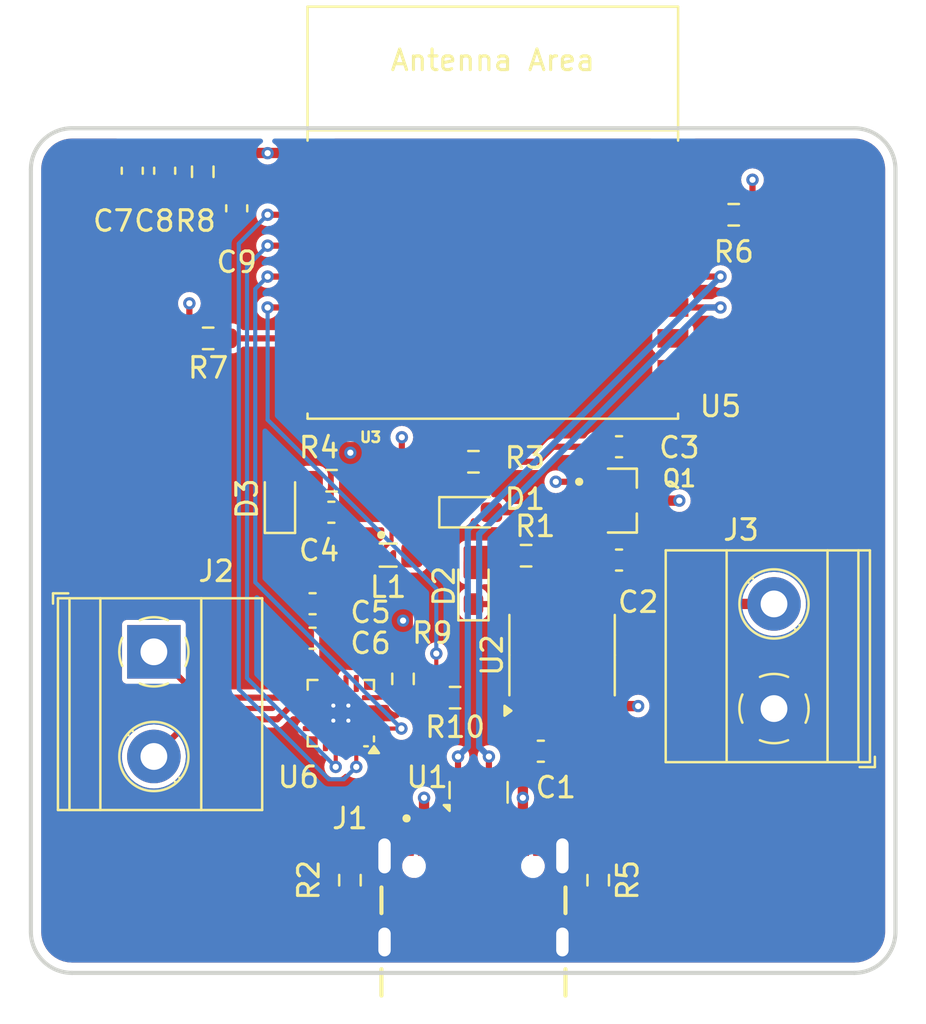
<source format=kicad_pcb>
(kicad_pcb (version 20240108) (generator "pcbnew") (generator_version "8.0")
  (layers (0 "F.Cu" signal "L1_Sig.Cu") (1 "In1.Cu" signal "L2_GND.Cu") (2 "In2.Cu" power "L3_PWR.Cu") (31 "B.Cu" signal "L4_Sig.Cu") (34 "B.Paste" user) (35 "F.Paste" user) (36 "B.SilkS" user "B.Silkscreen") (37 "F.SilkS" user "F.Silkscreen") (38 "B.Mask" user) (39 "F.Mask" user) (44 "Edge.Cuts" user))
  (net 0 "")
  (net 1 "+5V_USB")
  (net 2 "GND")
  (net 3 "Battery_POS")
  (net 4 "Net-(D1-K)")
  (net 5 "+3.3V")
  (net 6 "/ESP_EN")
  (net 7 "Net-(D2-K)")
  (net 8 "Net-(D2-A)")
  (net 9 "Net-(D3-A)")
  (net 10 "/D-")
  (net 12 "Net-(J1-CC2)")
  (net 13 "/D+")
  (net 15 "Net-(J1-CC1)")
  (net 16 "/Speaker_POS")
  (net 17 "/Speaker_NEG")
  (net 18 "Net-(U3-LX1)")
  (net 19 "Net-(U3-LX2)")
  (net 20 "Net-(U3-EN)")
  (net 21 "/Boot_Strap_2")
  (net 22 "/Boot_Strap_8")
  (net 23 "/SD_MODE")
  (net 28 "/I2S_LRCLK")
  (net 29 "/I2S_DIN")
  (net 30 "/I2S_BCLK")
  (net 33 "/Boot_Strap_9")
  (net 38 "/DProtect_+")
  (net 39 "/DProtect_-")
  (footprint "Capacitor_SMD:C_0603_1608Metric_Pad1.08x0.95mm_HandSolder" (layer "F.Cu") (at 148.2725 125.74)
    (property "Reference" "C1" (at 0.7275 1.76 360) (layer "F.SilkS"))
    (property "Value" "4.7u")
    (fp_line (start -0.146267 -0.51) (end 0.146267 -0.51) (stroke (width 0.12)) (layer "F.SilkS"))
    (fp_line (start -0.146267 0.51) (end 0.146267 0.51) (stroke (width 0.12)) (layer "F.SilkS"))
    (pad "1" smd roundrect (at -0.8725 0) (size 1.075 0.95) (layers "F.Cu" "F.Paste" "F.Mask") (net 1 "+5V_USB"))
    (pad "2" smd roundrect (at 0.8625 0) (size 1.075 0.95) (layers "F.Cu" "F.Paste" "F.Mask") (net 2 "GND"))
  )
  (footprint "LED_SMD:LED_0603_1608Metric_Pad1.05x0.95mm_HandSolder" (layer "F.Cu") (at 145 117.725 90)
    (property "Reference" "D2" (at 0 -1.43 90) (layer "F.SilkS"))
    (property "Value" "LED")
    (fp_line (start 0.8 -0.735) (end -1.66 -0.735) (stroke (width 0.12)) (layer "F.SilkS"))
    (fp_line (start -1.66 -0.735) (end -1.66 0.735) (stroke (width 0.12)) (layer "F.SilkS"))
    (fp_line (start -1.66 0.735) (end 0.8 0.735) (stroke (width 0.12)) (layer "F.SilkS"))
    (pad "1" smd roundrect (at -0.875 0 90) (size 1.05 0.95) (layers "F.Cu" "F.Paste" "F.Mask") (net 7 "Net-(D2-K)"))
    (pad "2" smd roundrect (at 0.865 0 90) (size 1.05 0.95) (layers "F.Cu" "F.Paste" "F.Mask") (net 8 "Net-(D2-A)"))
  )
  (footprint "Resistor_SMD:R_0603_1608Metric_Pad0.98x0.95mm_HandSolder" (layer "F.Cu") (at 144.1075 123.14 180)
    (property "Reference" "R10" (at 0 -1.43 0) (layer "F.SilkS"))
    (property "Value" "100k")
    (fp_line (start -0.254724 0.5225) (end 0.254724 0.5225) (stroke (width 0.12)) (layer "F.SilkS"))
    (fp_line (start -0.254724 -0.5225) (end 0.254724 -0.5225) (stroke (width 0.12)) (layer "F.SilkS"))
    (pad "1" smd roundrect (at -0.9125 0 180) (size 0.975 0.95) (layers "F.Cu" "F.Paste" "F.Mask") (net 2 "GND"))
    (pad "2" smd roundrect (at 0.9125 0 180) (size 0.975 0.95) (layers "F.Cu" "F.Paste" "F.Mask") (net 23 "/SD_MODE"))
  )
  (footprint "Package_SON:USON-10_2.5x1.0mm_P0.5mm" (layer "F.Cu") (at 145.25 127.735 90)
    (property "Reference" "U1" (at 0.735 -2.5 0) (layer "F.SilkS"))
    (property "Value" "TPD4E02B04DQA" (hide yes))
    (fp_line (start 0.5 -1.41) (end -0.29 -1.41) (stroke (width 0.12)) (layer "F.SilkS"))
    (fp_line (start 0.5 1.41) (end -0.5 1.41) (stroke (width 0.12)) (layer "F.SilkS"))
    (fp_poly (pts (xy -0.62 -1.41) (xy -0.9 -1.41) (xy -0.62 -1.69) (xy -0.62 -1.41)) (stroke (width 0.12)) (fill solid) (layer "F.SilkS"))
    (pad "1" smd roundrect (at -0.385 -1) (size 0.3 0.55) (layers "F.Cu" "F.Paste" "F.Mask") (net 10 "/D-"))
    (pad "2" smd roundrect (at -0.385 -0.5) (size 0.3 0.55) (layers "F.Cu" "F.Paste" "F.Mask"))
    (pad "3" smd roundrect (at -0.385 0) (size 0.3 0.55) (layers "F.Cu" "F.Paste" "F.Mask") (net 2 "GND"))
    (pad "4" smd roundrect (at -0.385 0.5) (size 0.3 0.55) (layers "F.Cu" "F.Paste" "F.Mask") (net 13 "/D+"))
    (pad "5" smd roundrect (at -0.385 1) (size 0.3 0.55) (layers "F.Cu" "F.Paste" "F.Mask"))
    (pad "6" smd roundrect (at 0.385 1) (size 0.3 0.55) (layers "F.Cu" "F.Paste" "F.Mask"))
    (pad "7" smd roundrect (at 0.385 0.5) (size 0.3 0.55) (layers "F.Cu" "F.Paste" "F.Mask") (net 38 "/DProtect_+"))
    (pad "8" smd roundrect (at 0.385 0) (size 0.3 0.55) (layers "F.Cu" "F.Paste" "F.Mask") (net 2 "GND"))
    (pad "9" smd roundrect (at 0.385 -0.5) (size 0.3 0.55) (layers "F.Cu" "F.Paste" "F.Mask"))
    (pad "10" smd roundrect (at 0.385 -1) (size 0.3 0.55) (layers "F.Cu" "F.Paste" "F.Mask") (net 39 "/DProtect_-"))
  )
  (footprint "Resistor_SMD:R_0603_1608Metric_Pad0.98x0.95mm_HandSolder" (layer "F.Cu") (at 139 132 -90)
    (property "Reference" "R2" (at 0 2 90) (layer "F.SilkS"))
    (property "Value" "5.1k")
    (fp_line (start -0.254724 0.5225) (end 0.254724 0.5225) (stroke (width 0.12)) (layer "F.SilkS"))
    (fp_line (start -0.254724 -0.5225) (end 0.254724 -0.5225) (stroke (width 0.12)) (layer "F.SilkS"))
    (pad "1" smd roundrect (at -0.9125 0 270) (size 0.975 0.95) (layers "F.Cu" "F.Paste" "F.Mask") (net 2 "GND"))
    (pad "2" smd roundrect (at 0.9125 0 270) (size 0.975 0.95) (layers "F.Cu" "F.Paste" "F.Mask") (net 15 "Net-(J1-CC1)"))
  )
  (footprint "Resistor_SMD:R_0603_1608Metric_Pad0.98x0.95mm_HandSolder" (layer "F.Cu") (at 145 111.69)
    (property "Reference" "R3" (at 2.5 -0.19 360) (layer "F.SilkS"))
    (property "Value" "100k")
    (fp_line (start -0.254724 -0.5225) (end 0.254724 -0.5225) (stroke (width 0.12)) (layer "F.SilkS"))
    (fp_line (start -0.254724 0.5225) (end 0.254724 0.5225) (stroke (width 0.12)) (layer "F.SilkS"))
    (pad "1" smd roundrect (at -0.9125 0) (size 0.975 0.95) (layers "F.Cu" "F.Paste" "F.Mask") (net 20 "Net-(U3-EN)"))
    (pad "2" smd roundrect (at 0.9125 0) (size 0.975 0.95) (layers "F.Cu" "F.Paste" "F.Mask") (net 4 "Net-(D1-K)"))
  )
  (footprint "Resistor_SMD:R_0603_1608Metric_Pad0.98x0.95mm_HandSolder" (layer "F.Cu") (at 151.06 132 -90)
    (property "Reference" "R5" (at 0 -1.43 90) (layer "F.SilkS"))
    (property "Value" "5.1k")
    (fp_line (start -0.254724 0.5225) (end 0.254724 0.5225) (stroke (width 0.12)) (layer "F.SilkS"))
    (fp_line (start -0.254724 -0.5225) (end 0.254724 -0.5225) (stroke (width 0.12)) (layer "F.SilkS"))
    (pad "1" smd roundrect (at -0.9125 0 270) (size 0.975 0.95) (layers "F.Cu" "F.Paste" "F.Mask") (net 2 "GND"))
    (pad "2" smd roundrect (at 0.9125 0 270) (size 0.975 0.95) (layers "F.Cu" "F.Paste" "F.Mask") (net 12 "Net-(J1-CC2)"))
  )
  (footprint "USB4105_GF_A:GCT_USB4105-GF-A" (layer "F.Cu") (at 145 135)
    (property "Reference" "J1" (at -6 -6 0) (layer "F.SilkS"))
    (property "Value" "USB4105-GF-A" (hide yes))
    (fp_line (start -4.47 -2.65) (end -4.47 -1.4) (stroke (width 0.2)) (layer "F.SilkS"))
    (fp_line (start -4.47 1.32) (end -4.47 2.6) (stroke (width 0.2)) (layer "F.SilkS"))
    (fp_line (start 4.47 -2.65) (end 4.47 -1.4) (stroke (width 0.2)) (layer "F.SilkS"))
    (fp_line (start 4.47 2.6) (end 4.47 1.32) (stroke (width 0.2)) (layer "F.SilkS"))
    (fp_circle (center -3.25 -6) (end -3.15 -6) (stroke (width 0.2)) (fill none) (layer "F.SilkS"))
    (pad "" np_thru_hole circle (at -2.89 -3.68) (size 0.65 0.65) (drill 0.65) (layers "F&B.Cu" "*.Mask") (clearance -10))
    (pad "" np_thru_hole circle (at 2.89 -3.68) (size 0.65 0.65) (drill 0.65) (layers "*.Cu" "*.Mask"))
    (pad "A1_B12" smd rect (at -3.2 -4.755) (size 0.6 1.15) (layers "F.Cu" "F.Paste") (net 2 "GND"))
    (pad "A4_B9" smd rect (at -2.4 -4.755) (size 0.6 1.15) (layers "F.Cu" "F.Paste") (net 1 "+5V_USB"))
    (pad "A5" smd rect (at -1.25 -4.755) (size 0.3 1.15) (layers "F.Cu" "F.Paste") (net 15 "Net-(J1-CC1)"))
    (pad "A6" smd rect (at -0.25 -4.755) (size 0.3 1.15) (layers "F.Cu" "F.Paste") (net 13 "/D+"))
    (pad "A7" smd rect (at 0.25 -4.755) (size 0.3 1.15) (layers "F.Cu" "F.Paste") (net 10 "/D-"))
    (pad "A8" smd rect (at 1.25 -4.755) (size 0.3 1.15) (layers "F.Cu" "F.Paste"))
    (pad "B1_A12" smd rect (at 3.2 -4.755) (size 0.6 1.15) (layers "F.Cu" "F.Paste") (net 2 "GND"))
    (pad "B4_A9" smd rect (at 2.4 -4.755) (size 0.6 1.15) (layers "F.Cu" "F.Paste") (net 1 "+5V_USB"))
    (pad "B5" smd rect (at 1.75 -4.755) (size 0.3 1.15) (layers "F.Cu" "F.Paste") (net 12 "Net-(J1-CC2)"))
    (pad "B6" smd rect (at 0.75 -4.755) (size 0.3 1.15) (layers "F.Cu" "F.Paste") (net 13 "/D+"))
    (pad "B7" smd rect (at -0.75 -4.755) (size 0.3 1.15) (layers "F.Cu" "F.Paste") (net 10 "/D-"))
    (pad "B8" smd rect (at -1.75 -4.755) (size 0.3 1.15) (layers "F.Cu" "F.Paste"))
    (pad "SH1" thru_hole oval (at -4.32 -4.18) (size 1 2.1) (drill oval 0.6 1.7) (layers "*.Cu" "*.Mask") (net 2 "GND"))
    (pad "SH2" thru_hole oval (at 4.32 -4.18) (size 1 2.1) (drill oval 0.6 1.7) (layers "*.Cu" "*.Mask") (net 2 "GND"))
    (pad "SH3" thru_hole oval (at -4.32 0) (size 1 1.8) (drill oval 0.6 1.4) (layers "*.Cu" "*.Mask") (net 2 "GND"))
    (pad "SH4" thru_hole oval (at 4.32 0) (size 1 1.8) (drill oval 0.6 1.4) (layers "*.Cu" "*.Mask") (net 2 "GND"))
  )
  (footprint "Capacitor_SMD:C_0603_1608Metric_Pad1.08x0.95mm_HandSolder" (layer "F.Cu") (at 152.0725 116.46)
    (property "Reference" "C2" (at 0.9275 2.04 360) (layer "F.SilkS"))
    (property "Value" "4.7u")
    (fp_line (start -0.146267 -0.51) (end 0.146267 -0.51) (stroke (width 0.12)) (layer "F.SilkS"))
    (fp_line (start -0.146267 0.51) (end 0.146267 0.51) (stroke (width 0.12)) (layer "F.SilkS"))
    (pad "1" smd roundrect (at -0.8625 0) (size 1.075 0.95) (layers "F.Cu" "F.Paste" "F.Mask") (net 3 "Battery_POS"))
    (pad "2" smd roundrect (at 0.8625 0) (size 1.075 0.95) (layers "F.Cu" "F.Paste" "F.Mask") (net 2 "GND"))
  )
  (footprint "Capacitor_SMD:C_0603_1608Metric_Pad1.08x0.95mm_HandSolder" (layer "F.Cu") (at 133.5 99.3875 -90)
    (property "Reference" "C9" (at 2.6125 0 180) (layer "F.SilkS"))
    (property "Value" "1u")
    (fp_line (start -0.146267 0.51) (end 0.146267 0.51) (stroke (width 0.12)) (layer "F.SilkS"))
    (fp_line (start -0.146267 -0.51) (end 0.146267 -0.51) (stroke (width 0.12)) (layer "F.SilkS"))
    (pad "1" smd roundrect (at -0.8625 0 270) (size 1.075 0.95) (layers "F.Cu" "F.Paste" "F.Mask") (net 6 "/ESP_EN"))
    (pad "2" smd roundrect (at 0.8625 0 270) (size 1.075 0.95) (layers "F.Cu" "F.Paste" "F.Mask") (net 2 "GND"))
  )
  (footprint "Diode_SMD:D_0603_1608Metric_Pad1.05x0.95mm_HandSolder" (layer "F.Cu") (at 145 114.14)
    (property "Reference" "D1" (at 2.5 -0.64 360) (layer "F.SilkS"))
    (property "Value" "D_Schottky" (hide yes))
    (fp_line (start -1.66 -0.735) (end -1.66 0.735) (stroke (width 0.12)) (layer "F.SilkS"))
    (fp_line (start -1.66 0.735) (end 0.8 0.735) (stroke (width 0.12)) (layer "F.SilkS"))
    (fp_line (start 0.8 -0.735) (end -1.66 -0.735) (stroke (width 0.12)) (layer "F.SilkS"))
    (pad "1" smd roundrect (at -0.875 0) (size 1.05 0.95) (layers "F.Cu" "F.Paste" "F.Mask") (net 4 "Net-(D1-K)"))
    (pad "2" smd roundrect (at 0.875 0) (size 1.05 0.95) (layers "F.Cu" "F.Paste" "F.Mask") (net 1 "+5V_USB"))
  )
  (footprint "TerminalBlock_Phoenix:TerminalBlock_Phoenix_MKDS-1,5-2-5.08_1x02_P5.08mm_Horizontal" (layer "F.Cu") (at 129.475 120.915 -90)
    (property "Reference" "J2" (at -3.915 -3.025 0) (layer "F.SilkS"))
    (property "Value" "Screw_Terminal_01x02" (hide yes))
    (fp_line (start -2.84 4.9) (end -2.34 4.9) (stroke (width 0.12)) (layer "F.SilkS"))
    (fp_line (start -2.6 4.66) (end 7.68 4.66) (stroke (width 0.12)) (layer "F.SilkS"))
    (fp_line (start -2.84 4.16) (end -2.84 4.9) (stroke (width 0.12)) (layer "F.SilkS"))
    (fp_line (start -2.6 4.1) (end 7.68 4.1) (stroke (width 0.12)) (layer "F.SilkS"))
    (fp_line (start -2.6 2.6) (end 7.68 2.6) (stroke (width 0.12)) (layer "F.SilkS"))
    (fp_line (start 4.046 1.239) (end 4.011 1.274) (stroke (width 0.12)) (layer "F.SilkS"))
    (fp_line (start 3.853 1.023) (end 3.806 1.069) (stroke (width 0.12)) (layer "F.SilkS"))
    (fp_line (start 6.355 -1.069) (end 6.308 -1.023) (stroke (width 0.12)) (layer "F.SilkS"))
    (fp_line (start 6.15 -1.275) (end 6.115 -1.239) (stroke (width 0.12)) (layer "F.SilkS"))
    (fp_line (start -2.6 -2.301) (end 7.68 -2.301) (stroke (width 0.12)) (layer "F.SilkS"))
    (fp_line (start -2.6 -5.261) (end -2.6 4.66) (stroke (width 0.12)) (layer "F.SilkS"))
    (fp_line (start -2.6 -5.261) (end 7.68 -5.261) (stroke (width 0.12)) (layer "F.SilkS"))
    (fp_line (start 7.68 -5.261) (end 7.68 4.66) (stroke (width 0.12)) (layer "F.SilkS"))
    (fp_arc (start 0.028805 1.680253) (mid -0.335551 1.646659) (end -0.684 1.535) (stroke (width 0.12)) (layer "F.SilkS"))
    (fp_arc (start 0.683318 1.534756) (mid 0.349292 1.643288) (end 0 1.68) (stroke (width 0.12)) (layer "F.SilkS"))
    (fp_arc (start -1.535427 0.683042) (mid -1.680501 -0.000524) (end -1.535 -0.684) (stroke (width 0.12)) (layer "F.SilkS"))
    (fp_arc (start 1.535427 -0.683042) (mid 1.680501 0.000524) (end 1.535 0.684) (stroke (width 0.12)) (layer "F.SilkS"))
    (fp_arc (start -0.683042 -1.535427) (mid 0.000524 -1.680501) (end 0.684 -1.535) (stroke (width 0.12)) (layer "F.SilkS"))
    (fp_circle (center 5.08 0) (end 6.76 0) (stroke (width 0.12)) (fill none) (layer "F.SilkS"))
    (pad "1" thru_hole rect (at 0 0 270) (size 2.6 2.6) (drill 1.3) (layers "*.Cu" "*.Mask") (net 16 "/Speaker_POS"))
    (pad "2" thru_hole circle (at 5.08 0 270) (size 2.6 2.6) (drill 1.3) (layers "*.Cu" "*.Mask") (net 17 "/Speaker_NEG"))
  )
  (footprint "Package_SO:SOIC-8_3.9x4.9mm_P1.27mm" (layer "F.Cu") (at 149.305 121.075 90)
    (property "Reference" "U2" (at 0 -3.4 90) (layer "F.SilkS"))
    (property "Value" "MAX1811" (hide yes))
    (fp_line (start 0 -2.56) (end 1.95 -2.56) (stroke (width 0.12)) (layer "F.SilkS"))
    (fp_line (start 0 -2.56) (end -1.95 -2.56) (stroke (width 0.12)) (layer "F.SilkS"))
    (fp_line (start 0 2.56) (end 1.95 2.56) (stroke (width 0.12)) (layer "F.SilkS"))
    (fp_line (start 0 2.56) (end -1.95 2.56) (stroke (width 0.12)) (layer "F.SilkS"))
    (fp_poly (pts (xy -2.7 -2.465) (xy -2.94 -2.795) (xy -2.46 -2.795) (xy -2.7 -2.465)) (stroke (width 0.12)) (fill solid) (layer "F.SilkS"))
    (pad "1" smd roundrect (at -2.475 -1.905 90) (size 1.95 0.6) (layers "F.Cu" "F.Paste" "F.Mask") (net 1 "+5V_USB"))
    (pad "2" smd roundrect (at -2.475 -0.635 90) (size 1.95 0.6) (layers "F.Cu" "F.Paste" "F.Mask") (net 1 "+5V_USB"))
    (pad "3" smd roundrect (at -2.475 0.635 90) (size 1.95 0.6) (layers "F.Cu" "F.Paste" "F.Mask") (net 2 "GND"))
    (pad "4" smd roundrect (at -2.475 1.905 90) (size 1.95 0.6) (layers "F.Cu" "F.Paste" "F.Mask") (net 1 "+5V_USB"))
    (pad "5" smd roundrect (at 2.475 1.905 90) (size 1.95 0.6) (layers "F.Cu" "F.Paste" "F.Mask") (net 3 "Battery_POS"))
    (pad "6" smd roundrect (at 2.475 0.635 90) (size 1.95 0.6) (layers "F.Cu" "F.Paste" "F.Mask") (net 2 "GND"))
    (pad "7" smd roundrect (at 2.475 -0.635 90) (size 1.95 0.6) (layers "F.Cu" "F.Paste" "F.Mask") (net 1 "+5V_USB"))
    (pad "8" smd roundrect (at 2.475 -1.905 90) (size 1.95 0.6) (layers "F.Cu" "F.Paste" "F.Mask") (net 7 "Net-(D2-K)"))
  )
  (footprint "Capacitor_SMD:C_0603_1608Metric_Pad1.08x0.95mm_HandSolder" (layer "F.Cu") (at 128.425 97.5625 -90)
    (property "Reference" "C7" (at 2.4375 0.925 180) (layer "F.SilkS"))
    (property "Value" "10u")
    (fp_line (start -0.146267 0.51) (end 0.146267 0.51) (stroke (width 0.12)) (layer "F.SilkS"))
    (fp_line (start -0.146267 -0.51) (end 0.146267 -0.51) (stroke (width 0.12)) (layer "F.SilkS"))
    (pad "1" smd roundrect (at -0.8625 0 270) (size 1.075 0.95) (layers "F.Cu" "F.Paste" "F.Mask") (net 5 "+3.3V"))
    (pad "2" smd roundrect (at 0.8625 0 270) (size 1.075 0.95) (layers "F.Cu" "F.Paste" "F.Mask") (net 2 "GND"))
  )
  (footprint "Capacitor_SMD:C_0603_1608Metric_Pad1.08x0.95mm_HandSolder" (layer "F.Cu") (at 130 97.5625 -90)
    (property "Reference" "C8" (at 2.4375 0.5 180) (layer "F.SilkS"))
    (property "Value" "0.1u")
    (fp_line (start -0.146267 0.51) (end 0.146267 0.51) (stroke (width 0.12)) (layer "F.SilkS"))
    (fp_line (start -0.146267 -0.51) (end 0.146267 -0.51) (stroke (width 0.12)) (layer "F.SilkS"))
    (pad "1" smd roundrect (at -0.8625 0 270) (size 1.075 0.95) (layers "F.Cu" "F.Paste" "F.Mask") (net 5 "+3.3V"))
    (pad "2" smd roundrect (at 0.8625 0 270) (size 1.075 0.95) (layers "F.Cu" "F.Paste" "F.Mask") (net 2 "GND"))
  )
  (footprint "Capacitor_SMD:C_0603_1608Metric_Pad1.08x0.95mm_HandSolder" (layer "F.Cu") (at 138.0975 114.14 180)
    (property "Reference" "C4" (at 0.5975 -1.86 360) (layer "F.SilkS"))
    (property "Value" "47u")
    (fp_line (start -0.146267 0.51) (end 0.146267 0.51) (stroke (width 0.12)) (layer "F.SilkS"))
    (fp_line (start -0.146267 -0.51) (end 0.146267 -0.51) (stroke (width 0.12)) (layer "F.SilkS"))
    (pad "1" smd roundrect (at -0.9125 0 180) (size 1.075 0.95) (layers "F.Cu" "F.Paste" "F.Mask") (net 5 "+3.3V"))
    (pad "2" smd roundrect (at 0.8625 0 180) (size 1.075 0.95) (layers "F.Cu" "F.Paste" "F.Mask") (net 2 "GND"))
  )
  (footprint "Package_DFN_QFN:TQFN-16-1EP_3x3mm_P0.5mm_EP1.23x1.23mm_ThermalVias" (layer "F.Cu") (at 138.5575 123.89 180)
    (property "Reference" "U6" (at 2.0575 -3.11 0) (layer "F.SilkS"))
    (property "Value" "MAX98357A")
    (fp_line (start 1.61 1.61) (end 1.61 1.135) (stroke (width 0.12)) (layer "F.SilkS"))
    (fp_line (start 1.61 -1.61) (end 1.61 -1.135) (stroke (width 0.12)) (layer "F.SilkS"))
    (fp_line (start 1.135 1.61) (end 1.61 1.61) (stroke (width 0.12)) (layer "F.SilkS"))
    (fp_line (start 1.135 -1.61) (end 1.61 -1.61) (stroke (width 0.12)) (layer "F.SilkS"))
    (fp_line (start -1.135 1.61) (end -1.61 1.61) (stroke (width 0.12)) (layer "F.SilkS"))
    (fp_line (start -1.135 -1.61) (end -1.31 -1.61) (stroke (width 0.12)) (layer "F.SilkS"))
    (fp_line (start -1.61 1.61) (end -1.61 1.135) (stroke (width 0.12)) (layer "F.SilkS"))
    (fp_line (start -1.61 -1.135) (end -1.61 -1.37) (stroke (width 0.12)) (layer "F.SilkS"))
    (fp_poly (pts (xy -1.61 -1.61) (xy -1.85 -1.94) (xy -1.37 -1.94) (xy -1.61 -1.61)) (stroke (width 0.12)) (fill solid) (layer "F.SilkS"))
    (pad "1" smd roundrect (at -1.4375 -0.75 180) (size 0.825 0.25) (layers "F.Cu" "F.Paste" "F.Mask") (net 29 "/I2S_DIN"))
    (pad "2" smd roundrect (at -1.4375 -0.25 180) (size 0.825 0.25) (layers "F.Cu" "F.Paste" "F.Mask") (net 2 "GND"))
    (pad "3" smd roundrect (at -1.4375 0.25 180) (size 0.825 0.25) (layers "F.Cu" "F.Paste" "F.Mask") (net 2 "GND"))
    (pad "4" smd roundrect (at -1.4375 0.75 180) (size 0.825 0.25) (layers "F.Cu" "F.Paste" "F.Mask") (net 23 "/SD_MODE"))
    (pad "5" smd roundrect (at -0.75 1.4375 180) (size 0.25 0.825) (layers "F.Cu" "F.Paste" "F.Mask"))
    (pad "6" smd roundrect (at -0.25 1.4375 180) (size 0.25 0.825) (layers "F.Cu" "F.Paste" "F.Mask"))
    (pad "7" smd roundrect (at 0.25 1.4375 180) (size 0.25 0.825) (layers "F.Cu" "F.Paste" "F.Mask") (net 3 "Battery_POS"))
    (pad "8" smd roundrect (at 0.75 1.4375 180) (size 0.25 0.825) (layers "F.Cu" "F.Paste" "F.Mask") (net 3 "Battery_POS"))
    (pad "9" smd roundrect (at 1.4375 0.75 180) (size 0.825 0.25) (layers "F.Cu" "F.Paste" "F.Mask") (net 16 "/Speaker_POS"))
    (pad "10" smd roundrect (at 1.4375 0.25 180) (size 0.825 0.25) (layers "F.Cu" "F.Paste" "F.Mask") (net 17 "/Speaker_NEG"))
    (pad "11" smd roundrect (at 1.4375 -0.25 180) (size 0.825 0.25) (layers "F.Cu" "F.Paste" "F.Mask") (net 2 "GND"))
    (pad "12" smd roundrect (at 1.4375 -0.75 180) (size 0.825 0.25) (layers "F.Cu" "F.Paste" "F.Mask"))
    (pad "13" smd roundrect (at 0.75 -1.4375 180) (size 0.25 0.825) (layers "F.Cu" "F.Paste" "F.Mask"))
    (pad "14" smd roundrect (at 0.25 -1.4375 180) (size 0.25 0.825) (layers "F.Cu" "F.Paste" "F.Mask") (net 28 "/I2S_LRCLK"))
    (pad "15" smd roundrect (at -0.25 -1.4375 180) (size 0.25 0.825) (layers "F.Cu" "F.Paste" "F.Mask") (net 2 "GND"))
    (pad "16" smd roundrect (at -0.75 -1.4375 180) (size 0.25 0.825) (layers "F.Cu" "F.Paste" "F.Mask") (net 30 "/I2S_BCLK"))
    (pad "17" thru_hole circle (at -0.365 -0.365 180) (size 0.5 0.5) (drill 0.2) (property pad_prop_heatsink) (layers "*.Cu") (net 2 "GND"))
    (pad "17" thru_hole circle (at -0.365 0.365 180) (size 0.5 0.5) (drill 0.2) (property pad_prop_heatsink) (layers "*.Cu") (net 2 "GND"))
    (pad "17" smd rect (at 0 0 180) (size 1.23 1.23) (property pad_prop_heatsink) (layers "F.Cu" "F.Mask") (net 2 "GND"))
    (pad "17" smd rect (at 0 0 180) (size 1.23 1.23) (property pad_prop_heatsink) (layers "B.Cu") (net 2 "GND"))
    (pad "17" thru_hole circle (at 0.365 -0.365 180) (size 0.5 0.5) (drill 0.2) (property pad_prop_heatsink) (layers "*.Cu") (net 2 "GND"))
    (pad "17" thru_hole circle (at 0.365 0.365 180) (size 0.5 0.5) (drill 0.2) (property pad_prop_heatsink) (layers "*.Cu") (net 2 "GND"))
  )
  (footprint "PCM_Espressif:ESP32-C3-WROOM-02" (layer "F.Cu") (at 145.94 102.6)
    (property "Reference" "U5" (at 11.06 6.4 0) (layer "F.SilkS"))
    (property "Value" "ESP32-C3-WROOM-02")
    (fp_line (start -9 -13) (end -9 -6.5) (stroke (width 0.12)) (layer "F.SilkS"))
    (fp_line (start -9 -13) (end 9 -13) (stroke (width 0.12)) (layer "F.SilkS"))
    (fp_line (start -9 7) (end -9 6.75) (stroke (width 0.12)) (layer "F.SilkS"))
    (fp_line (start 9 -13) (end 9 -6.5) (stroke (width 0.12)) (layer "F.SilkS"))
    (fp_line (start 9 -7) (end -8.95 -7) (stroke (width 0.12)) (layer "F.SilkS"))
    (fp_line (start 9 6.75) (end 9 7) (stroke (width 0.12)) (layer "F.SilkS"))
    (fp_line (start 9 7) (end -9 7) (stroke (width 0.12)) (layer "F.SilkS"))
    (fp_text user "Antenna Area" (at 0 -10.4 0) (layer "F.SilkS"))
    (pad "1" smd rect (at -8.75 -5.9) (size 1.5 0.9) (layers "F.Cu" "F.Paste" "F.Mask") (net 5 "+3.3V"))
    (pad "2" smd rect (at -8.75 -4.4) (size 1.5 0.9) (layers "F.Cu" "F.Paste" "F.Mask") (net 6 "/ESP_EN"))
    (pad "3" smd rect (at -8.75 -2.9) (size 1.5 0.9) (layers "F.Cu" "F.Paste" "F.Mask") (net 30 "/I2S_BCLK"))
    (pad "4" smd rect (at -8.75 -1.4) (size 1.5 0.9) (layers "F.Cu" "F.Paste" "F.Mask") (net 28 "/I2S_LRCLK"))
    (pad "5" smd rect (at -8.75 0.1) (size 1.5 0.9) (layers "F.Cu" "F.Paste" "F.Mask") (net 29 "/I2S_DIN"))
    (pad "6" smd rect (at -8.75 1.6) (size 1.5 0.9) (layers "F.Cu" "F.Paste" "F.Mask") (net 23 "/SD_MODE"))
    (pad "7" smd rect (at -8.75 3.1) (size 1.5 0.9) (layers "F.Cu" "F.Paste" "F.Mask") (net 22 "/Boot_Strap_8"))
    (pad "8" smd rect (at -8.75 4.6) (size 1.5 0.9) (layers "F.Cu" "F.Paste" "F.Mask") (net 33 "/Boot_Strap_9"))
    (pad "9" smd rect (at -8.75 6.1) (size 1.5 0.9) (layers "F.Cu" "F.Paste" "F.Mask") (net 2 "GND"))
    (pad "10" smd rect (at 8.75 6.1 180) (size 1.5 0.9) (layers "F.Cu" "F.Paste" "F.Mask"))
    (pad "11" smd rect (at 8.75 4.6 180) (size 1.5 0.9) (layers "F.Cu" "F.Paste" "F.Mask"))
    (pad "12" smd rect (at 8.75 3.1 180) (size 1.5 0.9) (layers "F.Cu" "F.Paste" "F.Mask"))
    (pad "13" smd rect (at 8.75 1.6 180) (size 1.5 0.9) (layers "F.Cu" "F.Paste" "F.Mask") (net 38 "/DProtect_+"))
    (pad "14" smd rect (at 8.75 0.1 180) (size 1.5 0.9) (layers "F.Cu" "F.Paste" "F.Mask") (net 39 "/DProtect_-"))
    (pad "15" smd rect (at 8.75 -1.4 180) (size 1.5 0.9) (layers "F.Cu" "F.Paste" "F.Mask"))
    (pad "16" smd rect (at 8.75 -2.9 180) (size 1.5 0.9) (layers "F.Cu" "F.Paste" "F.Mask") (net 21 "/Boot_Strap_2"))
    (pad "17" smd rect (at 8.75 -4.4 180) (size 1.5 0.9) (layers "F.Cu" "F.Paste" "F.Mask"))
    (pad "18" smd rect (at 8.75 -5.9 180) (size 1.5 0.9) (layers "F.Cu" "F.Paste" "F.Mask"))
    (pad "19" smd rect (at -0.14 -0.8 180) (size 0.7 0.7) (layers "F.Cu" "F.Paste" "F.Mask") (net 2 "GND"))
    (pad "19" smd rect (at -0.14 0.3 180) (size 0.7 0.7) (layers "F.Cu" "F.Paste" "F.Mask") (net 2 "GND"))
    (pad "19" smd rect (at -0.14 1.4 180) (size 0.7 0.7) (layers "F.Cu" "F.Paste" "F.Mask") (net 2 "GND"))
    (pad "19" smd rect (at 0.91 -0.8 180) (size 0.7 0.7) (layers "F.Cu" "F.Paste" "F.Mask") (net 2 "GND"))
    (pad "19" smd rect (at 0.91 0.3 180) (size 0.7 0.7) (layers "F.Cu" "F.Paste" "F.Mask") (net 2 "GND"))
    (pad "19" smd rect (at 0.91 1.4 180) (size 0.7 0.7) (layers "F.Cu" "F.Paste" "F.Mask") (net 2 "GND"))
    (pad "19" smd rect (at 2.06 -0.8 180) (size 0.7 0.7) (layers "F.Cu" "F.Paste" "F.Mask") (net 2 "GND"))
    (pad "19" smd rect (at 2.06 0.3 180) (size 0.7 0.7) (layers "F.Cu" "F.Paste" "F.Mask") (net 2 "GND"))
    (pad "19" smd rect (at 2.06 1.4 180) (size 0.7 0.7) (layers "F.Cu" "F.Paste" "F.Mask") (net 2 "GND"))
    (zone (net 0) (net_name "") (layers "*.Cu") (name "antenna keepout") (connect_pads (clearance 0)) (min_thickness 0.254)
      (keepout (tracks not_allowed) (vias not_allowed) (pads not_allowed) (copperpour not_allowed) (footprints not_allowed))
      (fill (thermal_gap 0.508) (thermal_bridge_width 0.508))
      (polygon (pts (xy 154.94 95.6) (xy 136.94 95.6) (xy 136.94 89.6) (xy 154.94 89.6)))
    )
  )
  (footprint "Resistor_SMD:R_0603_1608Metric_Pad0.98x0.95mm_HandSolder" (layer "F.Cu") (at 147.5575 116.25)
    (property "Reference" "R1" (at 0.4425 -1.43 360) (layer "F.SilkS"))
    (property "Value" "400")
    (fp_line (start -0.254724 -0.5225) (end 0.254724 -0.5225) (stroke (width 0.12)) (layer "F.SilkS"))
    (fp_line (start -0.254724 0.5225) (end 0.254724 0.5225) (stroke (width 0.12)) (layer "F.SilkS"))
    (pad "1" smd roundrect (at -0.9125 0) (size 0.975 0.95) (layers "F.Cu" "F.Paste" "F.Mask") (net 8 "Net-(D2-A)"))
    (pad "2" smd roundrect (at 1.1125 0) (size 0.975 0.95) (layers "F.Cu" "F.Paste" "F.Mask") (net 1 "+5V_USB"))
  )
  (footprint "Inductor_SMD:L_0805_2012Metric_Pad1.05x1.20mm_HandSolder" (layer "F.Cu") (at 140.855 116.22 180)
    (property "Reference" "L1" (at 0 -1.55 360) (layer "F.SilkS"))
    (property "Value" "4.7u")
    (fp_line (start -0.410242 0.56) (end 0.410242 0.56) (stroke (width 0.12)) (layer "F.SilkS"))
    (fp_line (start -0.410242 -0.56) (end 0.410242 -0.56) (stroke (width 0.12)) (layer "F.SilkS"))
    (pad "1" smd roundrect (at -1.165 0 180) (size 1.05 1.2) (layers "F.Cu" "F.Paste" "F.Mask") (roundrect_rratio 0.238095) (net 18 "Net-(U3-LX1)"))
    (pad "2" smd roundrect (at 1.15 0 180) (size 1.05 1.2) (layers "F.Cu" "F.Paste" "F.Mask") (roundrect_rratio 0.238095) (net 19 "Net-(U3-LX2)"))
  )
  (footprint "Resistor_SMD:R_0603_1608Metric_Pad0.98x0.95mm_HandSolder" (layer "F.Cu") (at 132.1125 105.7 180)
    (property "Reference" "R7" (at 0 -1.43 0) (layer "F.SilkS"))
    (property "Value" "10k")
    (fp_line (start -0.254724 0.5225) (end 0.254724 0.5225) (stroke (width 0.12)) (layer "F.SilkS"))
    (fp_line (start -0.254724 -0.5225) (end 0.254724 -0.5225) (stroke (width 0.12)) (layer "F.SilkS"))
    (pad "1" smd roundrect (at -0.9125 0 180) (size 0.975 0.95) (layers "F.Cu" "F.Paste" "F.Mask") (net 22 "/Boot_Strap_8"))
    (pad "2" smd roundrect (at 0.9125 0 180) (size 0.975 0.95) (layers "F.Cu" "F.Paste" "F.Mask") (net 5 "+3.3V"))
  )
  (footprint "Capacitor_SMD:C_0603_1608Metric_Pad1.08x0.95mm_HandSolder" (layer "F.Cu") (at 137.185 120.255 180)
    (property "Reference" "C6" (at -2.815 -0.245 0) (layer "F.SilkS"))
    (property "Value" "0.1u")
    (fp_line (start -0.146267 0.51) (end 0.146267 0.51) (stroke (width 0.12)) (layer "F.SilkS"))
    (fp_line (start -0.146267 -0.51) (end 0.146267 -0.51) (stroke (width 0.12)) (layer "F.SilkS"))
    (pad "1" smd roundrect (at -0.8625 0 180) (size 1.075 0.95) (layers "F.Cu" "F.Paste" "F.Mask") (net 3 "Battery_POS"))
    (pad "2" smd roundrect (at 0.8625 0 180) (size 1.075 0.95) (layers "F.Cu" "F.Paste" "F.Mask") (net 2 "GND"))
  )
  (footprint "Capacitor_SMD:C_0603_1608Metric_Pad1.08x0.95mm_HandSolder" (layer "F.Cu") (at 137.185 118.58 180)
    (property "Reference" "C5" (at -2.815 -0.42 0) (layer "F.SilkS"))
    (property "Value" "10u")
    (fp_line (start -0.146267 0.51) (end 0.146267 0.51) (stroke (width 0.12)) (layer "F.SilkS"))
    (fp_line (start -0.146267 -0.51) (end 0.146267 -0.51) (stroke (width 0.12)) (layer "F.SilkS"))
    (pad "1" smd roundrect (at -0.8625 0 180) (size 1.075 0.95) (layers "F.Cu" "F.Paste" "F.Mask") (net 3 "Battery_POS"))
    (pad "2" smd roundrect (at 0.8625 0 180) (size 1.075 0.95) (layers "F.Cu" "F.Paste" "F.Mask") (net 2 "GND"))
  )
  (footprint "Capacitor_SMD:C_0603_1608Metric_Pad1.08x0.95mm_HandSolder" (layer "F.Cu") (at 152.0725 110.96)
    (property "Reference" "C3" (at 2.9275 0.04 360) (layer "F.SilkS"))
    (property "Value" "47u")
    (fp_line (start -0.146267 -0.51) (end 0.146267 -0.51) (stroke (width 0.12)) (layer "F.SilkS"))
    (fp_line (start -0.146267 0.51) (end 0.146267 0.51) (stroke (width 0.12)) (layer "F.SilkS"))
    (pad "1" smd roundrect (at -0.8625 0) (size 1.075 0.95) (layers "F.Cu" "F.Paste" "F.Mask") (net 4 "Net-(D1-K)"))
    (pad "2" smd roundrect (at 0.8625 0) (size 1.075 0.95) (layers "F.Cu" "F.Paste" "F.Mask") (net 2 "GND"))
  )
  (footprint "DMG2305UX_7 (1):SOT91P240X110-3N_DMG2305UX-7" (layer "F.Cu") (at 152.235 113.575)
    (property "Reference" "Q1" (at 2.765 -1.075 0) (layer "F.SilkS") (effects (font (size 0.8 0.8))))
    (property "Value" "Q_PMOS_DSG" (hide yes))
    (fp_line (start -0.7 -1.55) (end 0.7 -1.55) (stroke (width 0.127)) (layer "F.SilkS"))
    (fp_line (start 0.7 -1.55) (end 0.7 -0.63) (stroke (width 0.127)) (layer "F.SilkS"))
    (fp_line (start 0.7 0.63) (end 0.7 1.55) (stroke (width 0.127)) (layer "F.SilkS"))
    (fp_line (start 0.7 1.55) (end -0.7 1.55) (stroke (width 0.127)) (layer "F.SilkS"))
    (fp_circle (center -2.1 -0.915) (end -2 -0.915) (stroke (width 0.2)) (fill none) (layer "F.SilkS"))
    (pad "1" smd roundrect (at -1.025 -0.915) (size 1.18 0.61) (layers "F.Cu" "F.Paste" "F.Mask") (roundrect_rratio 0.125) (net 4 "Net-(D1-K)"))
    (pad "2" smd roundrect (at -1.025 0.915) (size 1.18 0.61) (layers "F.Cu" "F.Paste" "F.Mask") (roundrect_rratio 0.125) (net 3 "Battery_POS"))
    (pad "3" smd roundrect (at 1.025 0) (size 1.18 0.61) (layers "F.Cu" "F.Paste" "F.Mask") (roundrect_rratio 0.125) (net 1 "+5V_USB"))
  )
  (footprint "LED_SMD:LED_0603_1608Metric_Pad1.05x0.95mm_HandSolder" (layer "F.Cu") (at 135.6 113.485 90)
    (property "Reference" "D3" (at 0 -1.6 90) (layer "F.SilkS"))
    (property "Value" "LED")
    (fp_line (start 0.8 -0.735) (end -1.66 -0.735) (stroke (width 0.12)) (layer "F.SilkS"))
    (fp_line (start -1.66 -0.735) (end -1.66 0.735) (stroke (width 0.12)) (layer "F.SilkS"))
    (fp_line (start -1.66 0.735) (end 0.8 0.735) (stroke (width 0.12)) (layer "F.SilkS"))
    (pad "1" smd roundrect (at -0.875 0 90) (size 1.05 0.95) (layers "F.Cu" "F.Paste" "F.Mask") (net 2 "GND"))
    (pad "2" smd roundrect (at 0.875 0 90) (size 1.05 0.95) (layers "F.Cu" "F.Paste" "F.Mask") (net 9 "Net-(D3-A)"))
  )
  (footprint "TerminalBlock_Phoenix:TerminalBlock_Phoenix_MKDS-1,5-2-5.08_1x02_P5.08mm_Horizontal" (layer "F.Cu") (at 159.6 123.67 90)
    (property "Reference" "J3" (at 8.67 -1.6 180) (layer "F.SilkS"))
    (property "Value" "Screw_Terminal_01x02" (hide yes))
    (fp_line (start 7.68 -5.261) (end 7.68 4.66) (stroke (width 0.12)) (layer "F.SilkS"))
    (fp_line (start -2.6 -5.261) (end 7.68 -5.261) (stroke (width 0.12)) (layer "F.SilkS"))
    (fp_line (start -2.6 -5.261) (end -2.6 4.66) (stroke (width 0.12)) (layer "F.SilkS"))
    (fp_line (start -2.6 -2.301) (end 7.68 -2.301) (stroke (width 0.12)) (layer "F.SilkS"))
    (fp_line (start 6.15 -1.275) (end 6.115 -1.239) (stroke (width 0.12)) (layer "F.SilkS"))
    (fp_line (start 6.355 -1.069) (end 6.308 -1.023) (stroke (width 0.12)) (layer "F.SilkS"))
    (fp_line (start 3.853 1.023) (end 3.806 1.069) (stroke (width 0.12)) (layer "F.SilkS"))
    (fp_line (start 4.046 1.239) (end 4.011 1.274) (stroke (width 0.12)) (layer "F.SilkS"))
    (fp_line (start -2.6 2.6) (end 7.68 2.6) (stroke (width 0.12)) (layer "F.SilkS"))
    (fp_line (start -2.6 4.1) (end 7.68 4.1) (stroke (width 0.12)) (layer "F.SilkS"))
    (fp_line (start -2.84 4.16) (end -2.84 4.9) (stroke (width 0.12)) (layer "F.SilkS"))
    (fp_line (start -2.6 4.66) (end 7.68 4.66) (stroke (width 0.12)) (layer "F.SilkS"))
    (fp_line (start -2.84 4.9) (end -2.34 4.9) (stroke (width 0.12)) (layer "F.SilkS"))
    (fp_arc (start -0.683042 -1.535427) (mid 0.000524 -1.680501) (end 0.684 -1.535) (stroke (width 0.12)) (layer "F.SilkS"))
    (fp_arc (start 1.535427 -0.683042) (mid 1.680501 0.000524) (end 1.535 0.684) (stroke (width 0.12)) (layer "F.SilkS"))
    (fp_arc (start -1.535427 0.683042) (mid -1.680501 -0.000524) (end -1.535 -0.684) (stroke (width 0.12)) (layer "F.SilkS"))
    (fp_arc (start 0.683318 1.534756) (mid 0.349292 1.643288) (end 0 1.68) (stroke (width 0.12)) (layer "F.SilkS"))
    (fp_arc (start 0.028805 1.680253) (mid -0.335551 1.646659) (end -0.684 1.535) (stroke (width 0.12)) (layer "F.SilkS"))
    (fp_circle (center 5.08 0) (end 6.76 0) (stroke (width 0.12)) (fill none) (layer "F.SilkS"))
    (pad "1" thru_hole rect (at 0 0 90) (size 2.6 2.6) (drill 1.3) (layers "*.Cu" "*.Mask") (net 2 "GND"))
    (pad "2" thru_hole circle (at 5.08 0 90) (size 2.6 2.6) (drill 1.3) (layers "*.Cu" "*.Mask") (net 3 "Battery_POS"))
  )
  (footprint "Resistor_SMD:R_0603_1608Metric_Pad0.98x0.95mm_HandSolder" (layer "F.Cu") (at 131.85 97.6125 90)
    (property "Reference" "R8" (at -2.3875 -0.35 0) (layer "F.SilkS"))
    (property "Value" "10k")
    (fp_line (start -0.254724 -0.5225) (end 0.254724 -0.5225) (stroke (width 0.12)) (layer "F.SilkS"))
    (fp_line (start -0.254724 0.5225) (end 0.254724 0.5225) (stroke (width 0.12)) (layer "F.SilkS"))
    (pad "1" smd roundrect (at -0.9125 0 90) (size 0.975 0.95) (layers "F.Cu" "F.Paste" "F.Mask") (net 6 "/ESP_EN"))
    (pad "2" smd roundrect (at 0.9125 0 90) (size 0.975 0.95) (layers "F.Cu" "F.Paste" "F.Mask") (net 5 "+3.3V"))
  )
  (footprint "RT6150B-33GQW:SON50P250X250X80-11N" (layer "F.Cu") (at 141.52 112.915 90)
    (property "Reference" "U3" (at 2.415 -1.52 0) (layer "F.SilkS") (effects (font (size 0.5 0.5) (thickness 0.125))))
    (property "Value" "RT6150B-33GQW" (hide yes))
    (fp_circle (center -2.325 -1) (end -2.225 -1) (stroke (width 0.2)) (fill none) (layer "F.SilkS"))
    (pad "1" smd rect (at -1.225 -1 90) (size 0.85 0.3) (layers "F.Cu" "F.Paste") (net 5 "+3.3V"))
    (pad "2" smd rect (at -1.225 -0.5 90) (size 0.85 0.3) (layers "F.Cu" "F.Paste") (net 19 "Net-(U3-LX2)"))
    (pad "3" smd rect (at -1.225 0 90) (size 0.85 0.3) (layers "F.Cu" "F.Paste") (net 2 "GND"))
    (pad "4" smd rect (at -1.225 0.5 90) (size 0.85 0.3) (layers "F.Cu" "F.Paste") (net 18 "Net-(U3-LX1)"))
    (pad "5" smd rect (at -1.225 1 90) (size 0.85 0.3) (layers "F.Cu" "F.Paste") (net 4 "Net-(D1-K)"))
    (pad "6" smd rect (at 1.225 1 90) (size 0.85 0.3) (layers "F.Cu" "F.Paste") (net 20 "Net-(U3-EN)"))
    (pad "7" smd rect (at 1.225 0.5 90) (size 0.85 0.3) (layers "F.Cu" "F.Paste") (net 20 "Net-(U3-EN)"))
    (pad "8" smd rect (at 1.225 0 90) (size 0.85 0.3) (layers "F.Cu" "F.Paste") (net 4 "Net-(D1-K)"))
    (pad "9" smd rect (at 1.225 -0.5 90) (size 0.85 0.3) (layers "F.Cu" "F.Paste") (net 2 "GND"))
    (pad "10" smd rect (at 1.225 -1 90) (size 0.85 0.3) (layers "F.Cu" "F.Paste") (net 5 "+3.3V"))
    (pad "11" smd rect (at 0 0 90) (size 1.2 2) (layers "F.Cu") (net 2 "GND"))
  )
  (footprint "Resistor_SMD:R_0603_1608Metric_Pad0.98x0.95mm_HandSolder" (layer "F.Cu") (at 138.1075 112.61)
    (property "Reference" "R4" (at -0.6075 -1.61 360) (layer "F.SilkS"))
    (property "Value" "150")
    (fp_line (start -0.254724 -0.5225) (end 0.254724 -0.5225) (stroke (width 0.12)) (layer "F.SilkS"))
    (fp_line (start -0.254724 0.5225) (end 0.254724 0.5225) (stroke (width 0.12)) (layer "F.SilkS"))
    (pad "1" smd roundrect (at -0.9125 0) (size 0.975 0.95) (layers "F.Cu" "F.Paste" "F.Mask") (net 9 "Net-(D3-A)"))
    (pad "2" smd roundrect (at 0.9125 0) (size 0.975 0.95) (layers "F.Cu" "F.Paste" "F.Mask") (net 5 "+3.3V"))
  )
  (footprint "Resistor_SMD:R_0603_1608Metric_Pad0.98x0.95mm_HandSolder" (layer "F.Cu") (at 157.6425 99.7)
    (property "Reference" "R6" (at 0 1.8 0) (layer "F.SilkS"))
    (property "Value" "10k")
    (fp_line (start -0.254724 -0.5225) (end 0.254724 -0.5225) (stroke (width 0.12)) (layer "F.SilkS"))
    (fp_line (start -0.254724 0.5225) (end 0.254724 0.5225) (stroke (width 0.12)) (layer "F.SilkS"))
    (pad "1" smd roundrect (at -0.9125 0) (size 0.975 0.95) (layers "F.Cu" "F.Paste" "F.Mask") (net 21 "/Boot_Strap_2"))
    (pad "2" smd roundrect (at 0.9125 0) (size 0.975 0.95) (layers "F.Cu" "F.Paste" "F.Mask") (net 5 "+3.3V"))
  )
  (footprint "Resistor_SMD:R_0603_1608Metric_Pad0.98x0.95mm_HandSolder" (layer "F.Cu") (at 141.5775 122.2275 90)
    (property "Reference" "R9" (at 2.2275 1.4225 0) (layer "F.SilkS"))
    (property "Value" "634k")
    (fp_line (start -0.254724 -0.5225) (end 0.254724 -0.5225) (stroke (width 0.12)) (layer "F.SilkS"))
    (fp_line (start -0.254724 0.5225) (end 0.254724 0.5225) (stroke (width 0.12)) (layer "F.SilkS"))
    (pad "1" smd roundrect (at -0.9125 0 90) (size 0.975 0.95) (layers "F.Cu" "F.Paste" "F.Mask") (net 23 "/SD_MODE"))
    (pad "2" smd roundrect (at 0.9125 0 90) (size 0.975 0.95) (layers "F.Cu" "F.Paste" "F.Mask") (net 3 "Battery_POS"))
  )
  (gr_arc (start 165.5 134.5) (mid 164.914214 135.914214) (end 163.5 136.5) (stroke (width 0.2)) (layer "Edge.Cuts"))
  (gr_arc (start 163.5 95.5) (mid 164.914214 96.085786) (end 165.5 97.5) (stroke (width 0.2)) (layer "Edge.Cuts"))
  (gr_line (start 125.5 95.5) (end 163.5 95.5) (stroke (width 0.2)) (layer "Edge.Cuts"))
  (gr_line (start 123.5 134.5) (end 123.5 97.5) (stroke (width 0.2)) (layer "Edge.Cuts"))
  (gr_arc (start 125.5 136.5) (mid 124.085786 135.914214) (end 123.5 134.5) (stroke (width 0.2)) (layer "Edge.Cuts"))
  (gr_arc (start 123.5 97.5) (mid 124.085786 96.085786) (end 125.5 95.5) (stroke (width 0.2)) (layer "Edge.Cuts"))
  (gr_line (start 165.5 97.5) (end 165.5 134.5) (stroke (width 0.2)) (layer "Edge.Cuts"))
  (gr_line (start 163.5 136.5) (end 125.5 136.5) (stroke (width 0.2)) (layer "Edge.Cuts"))
  (segment (start 153.26 113.575) (end 155 113.575) (width 0.5) (layer "F.Cu") (net 1))
  (segment (start 145.875 114.14) (end 148.15 114.14) (width 0.3) (layer "F.Cu") (net 1))
  (segment (start 148.67 116.25) (end 148.67 118.6) (width 0.3) (layer "F.Cu") (net 1))
  (segment (start 147.4 130.245) (end 147.4 123.55) (width 0.5) (layer "F.Cu") (net 1))
  (segment (start 148.67 123.55) (end 148.67 118.6) (width 0.5) (layer "F.Cu") (net 1))
  (segment (start 148.67 114.66) (end 148.67 116.25) (width 0.3) (layer "F.Cu") (net 1))
  (segment (start 153 123.55) (end 151.21 123.55) (width 0.5) (layer "F.Cu") (net 1))
  (segment (start 142.6 130.245) (end 142.6 128) (width 0.5) (layer "F.Cu") (net 1))
  (segment (start 147.4 123.55) (end 148.67 123.55) (width 0.5) (layer "F.Cu") (net 1))
  (segment (start 148.15 114.14) (end 148.67 114.66) (width 0.3) (layer "F.Cu") (net 1))
  (via (at 142.6 128) (size 0.6) (drill 0.3) (layers "F.Cu" "B.Cu") (net 1))
  (via (at 147.4 128) (size 0.6) (drill 0.3) (layers "F.Cu" "B.Cu") (net 1))
  (via (at 153 123.55) (size 0.6) (drill 0.3) (layers "F.Cu" "B.Cu") (net 1))
  (via (at 155 113.575) (size 0.6) (drill 0.3) (layers "F.Cu" "B.Cu") (net 1))
  (segment (start 151.21 118.6) (end 151.21 116.46) (width 0.5) (layer "F.Cu") (net 3))
  (segment (start 159.6 118.59) (end 151.22 118.59) (width 0.5) (layer "F.Cu") (net 3))
  (segment (start 151.21 116.46) (end 151.21 114.49) (width 0.5) (layer "F.Cu") (net 3))
  (segment (start 151.22 118.59) (end 151.21 118.6) (width 0.5) (layer "F.Cu") (net 3))
  (via (at 141.58 119.4) (size 0.6) (drill 0.3) (layers "F.Cu" "B.Cu") (net 3))
  (segment (start 145.9125 112.6175) (end 145.9125 111.69) (width 0.3) (layer "F.Cu") (net 4))
  (segment (start 148.87 110.96) (end 151.21 110.96) (width 0.3) (layer "F.Cu") (net 4))
  (segment (start 145.9125 111.69) (end 148.14 111.69) (width 0.3) (layer "F.Cu") (net 4))
  (segment (start 151.21 112.66) (end 151.21 110.96) (width 0.3) (layer "F.Cu") (net 4))
  (segment (start 145.6 112.93) (end 145.9125 112.6175) (width 0.3) (layer "F.Cu") (net 4))
  (segment (start 148.14 111.69) (end 148.87 110.96) (width 0.3) (layer "F.Cu") (net 4))
  (segment (start 141.52 110.5) (end 141.52 111.69) (width 0.3) (layer "F.Cu") (net 4))
  (segment (start 142.52 114.14) (end 144.125 114.14) (width 0.3) (layer "F.Cu") (net 4))
  (segment (start 144.125 114.14) (end 144.125 113.265) (width 0.3) (layer "F.Cu") (net 4))
  (segment (start 144.125 113.265) (end 144.46 112.93) (width 0.3) (layer "F.Cu") (net 4))
  (segment (start 151.21 112.66) (end 149 112.66) (width 0.3) (layer "F.Cu") (net 4))
  (segment (start 144.46 112.93) (end 145.6 112.93) (width 0.3) (layer "F.Cu") (net 4))
  (via (at 149 112.66) (size 0.6) (drill 0.3) (layers "F.Cu" "B.Cu") (net 4))
  (via (at 141.52 110.5) (size 0.6) (drill 0.3) (layers "F.Cu" "B.Cu") (net 4))
  (segment (start 158.555 99.7) (end 158.555 98) (width 0.3) (layer "F.Cu") (net 5))
  (segment (start 131.2 105.7) (end 131.2 104) (width 0.3) (layer "F.Cu") (net 5))
  (segment (start 137.19 96.7) (end 128.425 96.7) (width 0.5) (layer "F.Cu") (net 5))
  (via (at 131.2 104) (size 0.6) (drill 0.3) (layers "F.Cu" "B.Cu") (net 5))
  (via (at 139.02 111.25) (size 0.6) (drill 0.3) (layers "F.Cu" "B.Cu") (net 5))
  (via (at 135 96.71) (size 0.6) (drill 0.3) (layers "F.Cu" "B.Cu") (net 5))
  (via (at 158.555 98) (size 0.6) (drill 0.3) (layers "F.Cu" "B.Cu") (net 5))
  (segment (start 135.255 98.525) (end 133.5 98.525) (width 0.3) (layer "F.Cu") (net 6))
  (segment (start 131.85 98.525) (end 133.5 98.525) (width 0.3) (layer "F.Cu") (net 6))
  (segment (start 135.58 98.2) (end 135.255 98.525) (width 0.3) (layer "F.Cu") (net 6))
  (segment (start 137.19 98.2) (end 135.58 98.2) (width 0.3) (layer "F.Cu") (net 6))
  (segment (start 147.4 118.6) (end 145 118.6) (width 0.3) (layer "F.Cu") (net 7))
  (segment (start 137.195 112.61) (end 135.6 112.61) (width 0.2) (layer "F.Cu") (net 9))
  (segment (start 144.83 128.95) (end 144.25 128.95) (width 0.3) (layer "F.Cu") (net 10))
  (segment (start 144.25 128.95) (end 144.25 130.245) (width 0.3) (layer "F.Cu") (net 10))
  (segment (start 144.25 128.12) (end 144.25 128.95) (width 0.3) (layer "F.Cu") (net 10))
  (segment (start 145.25 130.245) (end 145.25 129.37) (width 0.3) (layer "F.Cu") (net 10))
  (segment (start 145.25 129.37) (end 144.83 128.95) (width 0.3) (layer "F.Cu") (net 10))
  (segment (start 146.75 130.245) (end 146.75 131.205305) (width 0.3) (layer "F.Cu") (net 12))
  (segment (start 148.457195 132.9125) (end 151.06 132.9125) (width 0.3) (layer "F.Cu") (net 12))
  (segment (start 146.75 131.205305) (end 148.457195 132.9125) (width 0.3) (layer "F.Cu") (net 12))
  (segment (start 144.75 131.48) (end 145.06 131.79) (width 0.3) (layer "F.Cu") (net 13))
  (segment (start 145.53 131.79) (end 145.75 131.57) (width 0.3) (layer "F.Cu") (net 13))
  (segment (start 145.75 131.57) (end 145.75 130.245) (width 0.3) (layer "F.Cu") (net 13))
  (segment (start 144.75 130.245) (end 144.75 131.48) (width 0.3) (layer "F.Cu") (net 13))
  (segment (start 145.06 131.79) (end 145.53 131.79) (width 0.3) (layer "F.Cu") (net 13))
  (segment (start 145.75 130.245) (end 145.75 128.12) (width 0.3) (layer "F.Cu") (net 13))
  (segment (start 142.0075 132.9125) (end 139 132.9125) (width 0.3) (layer "F.Cu") (net 15))
  (segment (start 143.75 130.245) (end 143.75 131.17) (width 0.3) (layer "F.Cu") (net 15))
  (segment (start 143.75 131.17) (end 142.0075 132.9125) (width 0.3) (layer "F.Cu") (net 15))
  (segment (start 137.12 123.14) (end 131.7 123.14) (width 0.3) (layer "F.Cu") (net 16))
  (segment (start 131.7 123.14) (end 129.475 120.915) (width 0.3) (layer "F.Cu") (net 16))
  (segment (start 136.02 123.64) (end 135.47 124.19) (width 0.3) (layer "F.Cu") (net 17))
  (segment (start 135.47 124.19) (end 131.28 124.19) (width 0.3) (layer "F.Cu") (net 17))
  (segment (start 137.12 123.64) (end 136.02 123.64) (width 0.3) (layer "F.Cu") (net 17))
  (segment (start 131.28 124.19) (end 129.475 125.995) (width 0.3) (layer "F.Cu") (net 17))
  (segment (start 142.02 116.22) (end 142.02 114.14) (width 0.2) (layer "F.Cu") (net 18))
  (segment (start 141.02 115.52) (end 140.32 116.22) (width 0.2) (layer "F.Cu") (net 19))
  (segment (start 140.32 116.22) (end 139.705 116.22) (width 0.2) (layer "F.Cu") (net 19))
  (segment (start 141.02 114.14) (end 141.02 115.52) (width 0.2) (layer "F.Cu") (net 19))
  (segment (start 144.0875 111.69) (end 142.52 111.69) (width 0.3) (layer "F.Cu") (net 20))
  (segment (start 142.52 111.69) (end 142.02 111.69) (width 0.3) (layer "F.Cu") (net 20))
  (segment (start 154.69 99.7) (end 156.73 99.7) (width 0.3) (layer "F.Cu") (net 21))
  (segment (start 133.025 105.7) (end 137.19 105.7) (width 0.3) (layer "F.Cu") (net 22))
  (segment (start 143.195 123.14) (end 143.195 121) (width 0.2) (layer "F.Cu") (net 23))
  (segment (start 137.19 104.2) (end 135 104.2) (width 0.3) (layer "F.Cu") (net 23))
  (segment (start 139.995 123.14) (end 143.195 123.14) (width 0.2) (layer "F.Cu") (net 23))
  (via (at 143.195 121) (size 0.6) (drill 0.3) (layers "F.Cu" "B.Cu") (net 23))
  (via (at 135 104.2) (size 0.6) (drill 0.3) (layers "F.Cu" "B.Cu") (net 23))
  (segment (start 135 109.65) (end 135 104.2) (width 0.2) (layer "B.Cu") (net 23))
  (segment (start 143.195 117.845) (end 135 109.65) (width 0.2) (layer "B.Cu") (net 23))
  (segment (start 143.195 121) (end 143.195 117.845) (width 0.2) (layer "B.Cu") (net 23))
  (segment (start 137.19 101.2) (end 135 101.2) (width 0.3) (layer "F.Cu") (net 28))
  (segment (start 138.3075 125.3275) (end 138.3075 126.5) (width 0.2) (layer "F.Cu") (net 28))
  (via (at 138.3075 126.5) (size 0.6) (drill 0.3) (layers "F.Cu" "B.Cu") (net 28))
  (via (at 135 101.2) (size 0.6) (drill 0.3) (layers "F.Cu" "B.Cu") (net 28))
  (segment (start 134 102.2) (end 135 101.2) (width 0.2) (layer "B.Cu") (net 28))
  (segment (start 134 122.1925) (end 134 102.2) (width 0.2) (layer "B.Cu") (net 28))
  (segment (start 138.3075 126.5) (end 134 122.1925) (width 0.2) (layer "B.Cu") (net 28))
  (segment (start 141.5 124.64) (end 139.995 124.64) (width 0.2) (layer "F.Cu") (net 29))
  (segment (start 137.19 102.7) (end 135 102.7) (width 0.3) (layer "F.Cu") (net 29))
  (via (at 135 102.7) (size 0.6) (drill 0.3) (layers "F.Cu" "B.Cu") (net 29))
  (via (at 141.5 124.64) (size 0.6) (drill 0.3) (layers "F.Cu" "B.Cu") (net 29))
  (segment (start 134.4 103.3) (end 135 102.7) (width 0.2) (layer "B.Cu") (net 29))
  (segment (start 141.5 124.64) (end 134.4 117.54) (width 0.2) (layer "B.Cu") (net 29))
  (segment (start 134.4 117.54) (end 134.4 103.3) (width 0.2) (layer "B.Cu") (net 29))
  (segment (start 139.3075 125.3275) (end 139.3075 126.5) (width 0.2) (layer "F.Cu") (net 30))
  (segment (start 137.19 99.7) (end 135 99.7) (width 0.3) (layer "F.Cu") (net 30))
  (via (at 139.3075 126.5) (size 0.6) (drill 0.3) (layers "F.Cu" "B.Cu") (net 30))
  (via (at 135 99.7) (size 0.6) (drill 0.3) (layers "F.Cu" "B.Cu") (net 30))
  (segment (start 137.97 127.1) (end 133.6 122.73) (width 0.2) (layer "B.Cu") (net 30))
  (segment (start 133.6 122.73) (end 133.6 101.1) (width 0.2) (layer "B.Cu") (net 30))
  (segment (start 139.3075 126.5) (end 138.7075 127.1) (width 0.2) (layer "B.Cu") (net 30))
  (segment (start 133.6 101.1) (end 135 99.7) (width 0.2) (layer "B.Cu") (net 30))
  (segment (start 138.7075 127.1) (end 137.97 127.1) (width 0.2) (layer "B.Cu") (net 30))
  (segment (start 157 104.2) (end 154.69 104.2) (width 0.3) (layer "F.Cu") (net 38))
  (segment (start 145.75 127.35) (end 145.75 126) (width 0.3) (layer "F.Cu") (net 38))
  (via (at 157 104.2) (size 0.6) (drill 0.3) (layers "F.Cu" "B.Cu") (net 38))
  (via (at 145.75 126) (size 0.6) (drill 0.3) (layers "F.Cu" "B.Cu") (net 38))
  (segment (start 156.277818 104.2) (end 157 104.2) (width 0.3) (layer "B.Cu") (net 38))
  (segment (start 145.75 126) (end 145.275 125.525) (width 0.3) (layer "B.Cu") (net 38))
  (segment (start 145.275 115.202818) (end 156.277818 104.2) (width 0.3) (layer "B.Cu") (net 38))
  (segment (start 145.275 125.525) (end 145.275 115.202818) (width 0.3) (layer "B.Cu") (net 38))
  (segment (start 157 102.7) (end 154.69 102.7) (width 0.3) (layer "F.Cu") (net 39))
  (segment (start 144.25 127.35) (end 144.25 126) (width 0.3) (layer "F.Cu") (net 39))
  (via (at 144.25 126) (size 0.6) (drill 0.3) (layers "F.Cu" "B.Cu") (net 39))
  (via (at 157 102.7) (size 0.6) (drill 0.3) (layers "F.Cu" "B.Cu") (net 39))
  (segment (start 144.25 126) (end 144.725 125.525) (width 0.3) (layer "B.Cu") (net 39))
  (segment (start 144.725 125.525) (end 144.725 114.975) (width 0.3) (layer "B.Cu") (net 39))
  (segment (start 144.725 114.975) (end 157 102.7) (width 0.3) (layer "B.Cu") (net 39))
  (zone (net 8) (net_name "Net-(D2-A)") (layer "F.Cu") (priority 2) (connect_pads yes (clearance 0.25)) (min_thickness 0.25) (fill yes (thermal_gap 0.5) (thermal_bridge_width 0.5))
    (polygon (pts (xy 147.14 115.77) (xy 144.52 115.77) (xy 144.52 117.38) (xy 145.69 117.38) (xy 146.34 116.73) (xy 147.14 116.73)))
  )
  (zone (net 2) (net_name "GND") (layer "F.Cu") (name "L1_GND_Pour") (priority 1) (connect_pads yes (clearance 0.25)) (min_thickness 0.25) (fill yes (thermal_gap 0.5) (thermal_bridge_width 0.5))
    (polygon (pts (xy 122 94.5) (xy 167 94.5) (xy 167 139) (xy 122 139)))
  )
  (zone (net 3) (net_name "Battery_POS") (layer "F.Cu") (priority 2) (connect_pads yes (clearance 0.25)) (min_thickness 0.25) (fill yes (thermal_gap 0.5) (thermal_bridge_width 0.5))
    (polygon (pts (xy 138.43 122.86) (xy 138.43 122.04) (xy 138.67 121.8) (xy 142.05 121.8) (xy 142.06 121.79) (xy 142.06 118.1) (xy 142.05 118.09) (xy 137.51 118.09) (xy 137.51 122.67) (xy 137.7 122.86)))
  )
  (zone (net 5) (net_name "+3.3V") (layer "F.Cu") (priority 1) (connect_pads yes (clearance 0.25)) (min_thickness 0.25) (fill yes (thermal_gap 0.5) (thermal_bridge_width 0.5))
    (polygon (pts (xy 140.72 114.615) (xy 138.47 114.615) (xy 138.47 111.22) (xy 138.47 110.725) (xy 140.72 110.725) (xy 140.72 112.165) (xy 140.32 112.165) (xy 140.32 113.665) (xy 140.72 113.665)))
  )
  (zone (net 2) (net_name "GND") (layer "B.Cu") (name "L4_GND_Pour") (connect_pads yes (clearance 0.25)) (min_thickness 0.25) (fill yes (thermal_gap 0.5) (thermal_bridge_width 0.5))
    (polygon (pts (xy 122 94.5) (xy 167 94.5) (xy 167 139) (xy 122 139)))
  )
)
</source>
